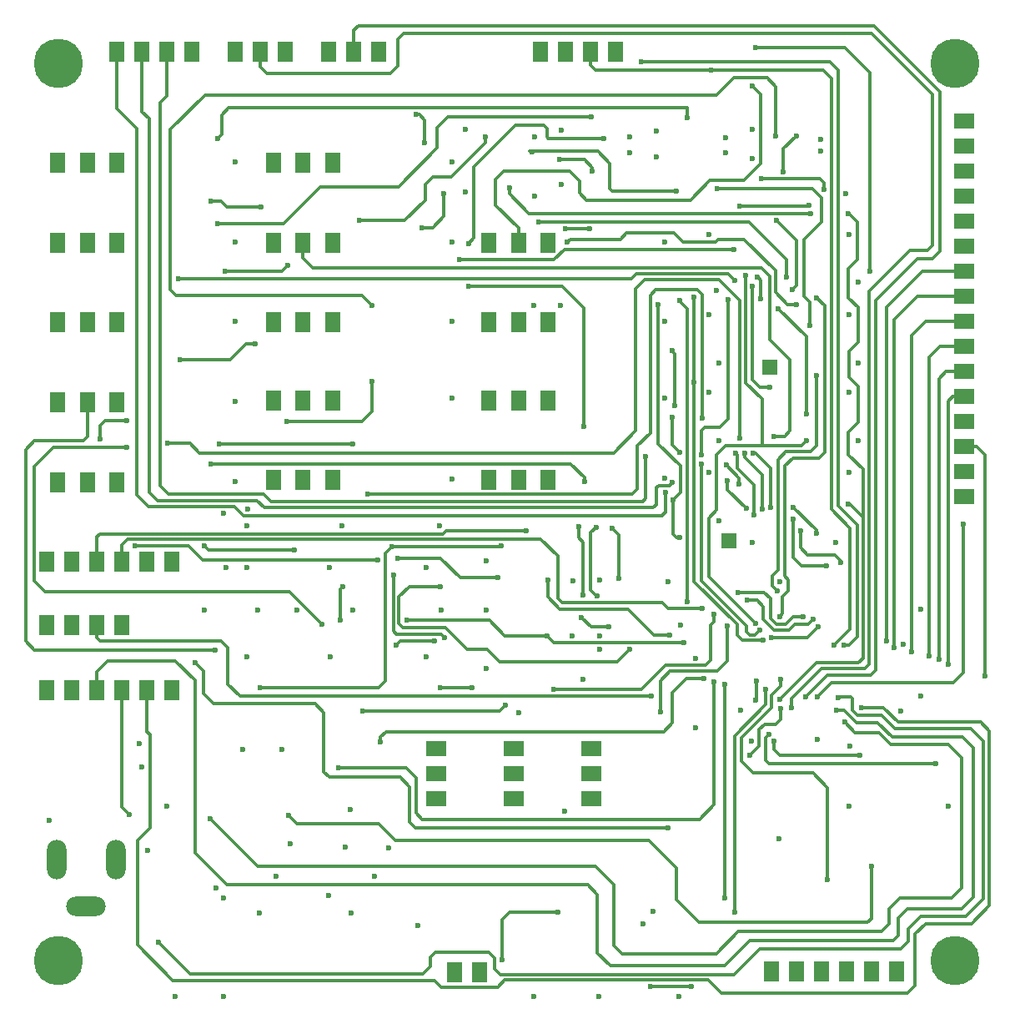
<source format=gbl>
G04*
G04 #@! TF.GenerationSoftware,Altium Limited,CircuitStudio,1.5.2 (30)*
G04*
G04 Layer_Physical_Order=4*
G04 Layer_Color=12500520*
%FSLAX25Y25*%
%MOIN*%
G70*
G01*
G75*
%ADD36C,0.01181*%
%ADD39O,0.15748X0.07874*%
%ADD40O,0.07874X0.15748*%
%ADD41C,0.19685*%
%ADD42R,0.06299X0.07874*%
%ADD43R,0.07874X0.06299*%
%ADD44R,0.06299X0.06299*%
%ADD45C,0.02362*%
D36*
X306201Y113976D02*
Y118209D01*
X293996Y99606D02*
X297736Y103347D01*
Y109744D01*
X300000Y112008D01*
X304232D01*
X306201Y113976D01*
X180905Y141831D02*
X188976D01*
X193996Y136811D01*
X240945D01*
X245965Y141831D01*
X298425Y335827D02*
Y363583D01*
X291732Y329134D02*
X298425Y335827D01*
X278051Y329134D02*
X291732D01*
X294980Y367028D02*
X298425Y363583D01*
X300295Y106693D02*
X301476Y107874D01*
X300295Y97539D02*
Y106693D01*
Y97539D02*
X301673Y96161D01*
X273819Y74016D02*
X279724Y79921D01*
X162992Y74016D02*
X273819D01*
X160531Y76476D02*
X162992Y74016D01*
X232382Y55118D02*
X239469Y48031D01*
X97244Y55118D02*
X232382D01*
X78150Y74213D02*
X97244Y55118D01*
X193209Y6988D02*
X195965Y9744D01*
X170669Y6988D02*
X193209D01*
X167963Y9695D02*
X170669Y6988D01*
X63337Y9695D02*
X167963D01*
X70226Y12254D02*
X163435D01*
X166240Y15059D01*
Y18799D01*
X168209Y20768D01*
X189764D01*
X191831Y18701D01*
Y14370D02*
Y18701D01*
Y14370D02*
X194390Y11811D01*
X287500D01*
X49114Y23917D02*
X63337Y9695D01*
X195965Y9744D02*
X277264D01*
X282480Y4528D01*
X356791D01*
X57677Y24803D02*
X70226Y12254D01*
X49114Y23917D02*
Y65453D01*
X54134Y70473D01*
Y107776D01*
X52992Y108917D02*
X54134Y107776D01*
X52992Y108917D02*
Y125591D01*
X259055Y160531D02*
X261417Y158169D01*
X218799Y160531D02*
X259055D01*
X217126Y162205D02*
X218799Y160531D01*
X232677Y163386D02*
X232776D01*
X230413Y165650D02*
X232677Y163386D01*
X225492Y186417D02*
X227264Y184646D01*
Y163583D02*
Y184646D01*
X245177Y157972D02*
X255610Y147539D01*
X218012Y157972D02*
X245177D01*
X213189Y162795D02*
X218012Y157972D01*
X213189Y162795D02*
Y169488D01*
X226772Y154626D02*
X230512Y150886D01*
X255610Y147539D02*
X262106D01*
X230512Y150886D02*
X237598D01*
X230413Y188484D02*
X232579Y190650D01*
X230413Y165650D02*
Y188484D01*
X261417Y158169D02*
X275098D01*
X32992Y186732D02*
X34252Y187992D01*
X171161D01*
X172539Y189370D01*
X204724D01*
X76083Y183071D02*
X77461Y181693D01*
X210335Y185925D02*
X217126Y179134D01*
X45276Y185925D02*
X210335D01*
X42992Y183642D02*
X45276Y185925D01*
X91732Y195276D02*
X258957D01*
X88090Y198917D02*
X91732Y195276D01*
X255413Y198622D02*
X256496Y199705D01*
X99803Y198622D02*
X255413D01*
X97047Y201378D02*
X99803Y198622D01*
X251279Y200984D02*
X252362Y202067D01*
X102559Y200984D02*
X251279D01*
X99508Y204035D02*
X102559Y200984D01*
X258760Y195079D02*
X260236Y196555D01*
X53642Y198917D02*
X88090D01*
X48917Y203642D02*
X53642Y198917D01*
X57185Y201378D02*
X97047D01*
X53839Y204724D02*
X57185Y201378D01*
X61516Y204035D02*
X99508D01*
X58366Y207185D02*
X61516Y204035D01*
X281693Y289469D02*
X289862Y281299D01*
X251870Y289469D02*
X281693D01*
X248228Y285827D02*
X251870Y289469D01*
X285236Y291929D02*
X287894Y289272D01*
X248622Y291929D02*
X285236D01*
X246654Y289961D02*
X248622Y291929D01*
X65453Y289961D02*
X246654D01*
X302854Y167323D02*
X304921Y165256D01*
X302854Y167323D02*
Y171063D01*
X305266Y173474D01*
Y217667D01*
X306890Y162795D02*
X309350Y165256D01*
Y169685D01*
X307874Y171161D02*
X309350Y169685D01*
X307874Y171161D02*
Y215059D01*
X339173Y194685D02*
Y213779D01*
X333366Y219587D02*
X339173Y213779D01*
X333366Y219587D02*
Y228642D01*
X337205Y232480D01*
Y246850D01*
X333661Y250394D02*
X337205Y246850D01*
X333661Y250394D02*
Y260827D01*
X337303Y264469D01*
Y278445D01*
X333366Y282382D02*
X337303Y278445D01*
X333366Y282382D02*
Y293898D01*
X337106Y297638D01*
Y312697D01*
X333760Y316043D02*
X337106Y312697D01*
X333268Y316043D02*
X333760D01*
X261910Y207382D02*
X263090Y208563D01*
X257480Y207382D02*
X261910D01*
X256496Y206398D02*
X257480Y207382D01*
X277461Y170965D02*
Y194390D01*
X280709Y197638D01*
Y219488D01*
X274606Y169193D02*
Y216043D01*
X274508Y219685D02*
Y229232D01*
X275886Y230610D01*
X282087D01*
X285335Y233858D01*
X213386Y345866D02*
X235728D01*
X212795Y346457D02*
X213386Y345866D01*
X212795Y346457D02*
Y350000D01*
X211614Y351181D02*
X212795Y350000D01*
X200394Y351181D02*
X211614D01*
X183760Y334547D02*
X200394Y351181D01*
X183760Y306299D02*
Y334547D01*
X181496Y304035D02*
X183760Y306299D01*
X222244Y305709D02*
X242126D01*
X244685Y308268D01*
X263681D01*
X267421Y304528D01*
X280217D01*
X281398Y305709D01*
X291732D01*
X304232Y293209D01*
X221063Y304528D02*
X222244Y305709D01*
X285335Y281496D02*
X285433Y281594D01*
X285335Y233858D02*
Y281496D01*
X260433Y135630D02*
X276378D01*
X250590Y125787D02*
X260433Y135630D01*
X215650Y125787D02*
X250590D01*
X278248Y137500D02*
Y151575D01*
X276378Y135630D02*
X278248Y137500D01*
X334350Y122933D02*
X335039Y122244D01*
X329429Y122933D02*
X334350D01*
X262894Y260925D02*
Y261122D01*
Y260925D02*
X264075Y259744D01*
Y239173D02*
Y259744D01*
X284449Y215551D02*
X289764Y210236D01*
Y207972D02*
Y210236D01*
X296850Y290551D02*
X297146D01*
X298425Y289272D01*
X289862Y318898D02*
X316831D01*
X317520Y319587D01*
X206299Y340650D02*
X207087D01*
X206102Y340846D02*
X206299Y340650D01*
X206102Y340846D02*
X233169D01*
X238090Y335925D01*
X262992Y223524D02*
Y234646D01*
Y223524D02*
X265945Y220571D01*
X145768Y72146D02*
X152362Y65551D01*
X113091Y72146D02*
X145768D01*
X109547Y75689D02*
X113091Y72146D01*
X253740Y65551D02*
X264764Y54528D01*
Y41831D02*
Y54528D01*
Y41831D02*
X273721Y32874D01*
X152362Y65551D02*
X253740D01*
X309941Y229134D02*
Y257480D01*
X301969Y265453D02*
X309941Y257480D01*
X301969Y265453D02*
Y290846D01*
X81398Y312008D02*
X107677D01*
X122343Y326673D01*
X153445D01*
X169095Y342323D01*
Y350197D01*
X173425Y354528D01*
X230709D01*
X81299Y345965D02*
X82776Y347441D01*
Y355315D01*
X85532Y358071D01*
X269094D01*
Y354232D02*
Y358071D01*
X188189Y344193D02*
Y346457D01*
X174606Y330610D02*
X188189Y344193D01*
X167224Y330610D02*
X174606D01*
X164173Y327559D02*
X167224Y330610D01*
X164173Y321358D02*
Y327559D01*
X155905Y313090D02*
X164173Y321358D01*
X137992Y313090D02*
X155905D01*
X107087Y292913D02*
X109350Y295177D01*
X84153Y292913D02*
X107087D01*
X163976Y344094D02*
Y353248D01*
X161811Y355413D02*
X163976Y353248D01*
X160531Y355413D02*
X161811D01*
X217913Y337500D02*
X227854D01*
X231004Y334350D01*
Y332874D02*
Y334350D01*
X238090Y325886D02*
Y335925D01*
Y325886D02*
X239075Y324902D01*
X264469D01*
X300787Y370276D02*
X304429Y366634D01*
Y346752D02*
Y366634D01*
X62205Y349409D02*
X76181Y363386D01*
X62205Y285531D02*
Y349409D01*
Y285531D02*
X64567Y283169D01*
X287500Y370276D02*
X300787D01*
X280610Y363386D02*
X287500Y370276D01*
X76181Y363386D02*
X280610D01*
X64567Y283169D02*
X138976D01*
X142913Y279232D01*
X298622Y329921D02*
X321850D01*
X323622Y328150D01*
Y325492D02*
Y328150D01*
X317520Y319587D02*
X317717Y319390D01*
X318996Y325984D02*
X322736Y322244D01*
X280906Y325984D02*
X318996D01*
X197835Y323819D02*
Y326181D01*
Y323819D02*
X205610Y316043D01*
X270276Y321358D02*
X278051Y329134D01*
X228740Y321358D02*
X270276D01*
X225886Y324213D02*
X228740Y321358D01*
X225886Y324213D02*
Y328839D01*
X221949Y332776D02*
X225886Y328839D01*
X195669Y332776D02*
X221949D01*
X86417Y257480D02*
X92716Y263779D01*
X96161D01*
X307283Y341732D02*
X312500Y346949D01*
X307283Y332677D02*
Y341732D01*
X298425Y281890D02*
Y289272D01*
X271654Y248721D02*
Y282480D01*
Y248721D02*
X271752Y248622D01*
X271654Y281496D02*
Y282480D01*
Y281496D02*
X271752Y281398D01*
X171752Y314764D02*
Y324016D01*
X167323Y310335D02*
X171752Y314764D01*
X162992Y310335D02*
X167323D01*
X177756Y297441D02*
X215650D01*
X219882Y301673D01*
X298622Y294193D02*
X301969Y290846D01*
X119390Y294193D02*
X298622D01*
X115354Y298228D02*
X119390Y294193D01*
X292421Y248228D02*
Y291043D01*
X292126Y291339D02*
X292421Y291043D01*
X219882Y301673D02*
X287598D01*
X230236Y375177D02*
Y380709D01*
Y375177D02*
X232283Y373130D01*
X278543D01*
X220177Y309941D02*
X230020D01*
X298917Y223130D02*
X314764D01*
X284350D02*
X298917D01*
X292421Y248228D02*
X298917Y241732D01*
Y223130D02*
Y241732D01*
X181496Y286910D02*
X218799D01*
X227559Y278150D01*
Y230807D02*
Y278150D01*
X239469Y220374D02*
X248228Y229134D01*
X239469Y220374D02*
Y220374D01*
X74016D02*
X239469D01*
X142815Y237008D02*
Y248819D01*
X138779Y232972D02*
X142815Y237008D01*
X108957Y232972D02*
X138779D01*
X70276Y224114D02*
X74016Y220374D01*
X61122Y224114D02*
X70276D01*
X77461Y181693D02*
X111909D01*
X151476Y149114D02*
Y171653D01*
Y149114D02*
X152657Y147933D01*
X170571D01*
X171850Y146653D01*
X148425Y180315D02*
X150984Y182874D01*
X148425Y129331D02*
Y180315D01*
X145571Y126476D02*
X148425Y129331D01*
X75197Y177657D02*
X145374D01*
X69685Y183169D02*
X75197Y177657D01*
X36220Y233071D02*
X44980D01*
X34252Y231102D02*
X36220Y233071D01*
X34252Y225787D02*
Y231102D01*
X48130Y183169D02*
X69685D01*
X153347Y178347D02*
X170374D01*
X178248Y170472D01*
X193405D01*
X78543Y216043D02*
X222441D01*
X227953Y210531D01*
Y208760D02*
Y210531D01*
X238976Y190157D02*
X241732Y187401D01*
Y170079D02*
Y187401D01*
X81890Y223819D02*
X135138D01*
X15453Y222539D02*
X44980D01*
X7874Y214961D02*
X15453Y222539D01*
X7874Y169095D02*
Y214961D01*
Y169095D02*
X12205Y164764D01*
X109941D01*
X122835Y151870D01*
X98327Y126476D02*
X145571D01*
X152657Y143602D02*
X154134Y145079D01*
X167913D01*
X170276Y126575D02*
X183071D01*
X66240Y257480D02*
X86417D01*
X84842Y318701D02*
X98524D01*
X82579Y320965D02*
X84842Y318701D01*
X78642Y320965D02*
X82579D01*
X304626Y313090D02*
X312598Y305118D01*
Y287106D02*
Y305118D01*
X310925Y285433D02*
X312598Y287106D01*
X305413Y277953D02*
X316535Y266831D01*
Y235925D02*
Y266831D01*
X304232Y284449D02*
Y293209D01*
Y284449D02*
X308957Y279724D01*
X312697D01*
X322736Y312402D02*
Y322244D01*
X315748Y305413D02*
X322736Y312402D01*
X315748Y282874D02*
Y305413D01*
Y282874D02*
X317913Y280709D01*
Y271161D02*
Y280709D01*
X209547Y312598D02*
X293701D01*
X308760Y297539D01*
Y290453D02*
Y297539D01*
X295079Y249410D02*
Y287008D01*
Y249410D02*
X297835Y246654D01*
X302067D01*
X115354Y298228D02*
Y304331D01*
X307776Y226969D02*
X309941Y229134D01*
X303740Y226969D02*
X307776D01*
X225492Y186417D02*
Y190748D01*
X192421Y329528D02*
X195669Y332776D01*
X192421Y319390D02*
Y329528D01*
Y319390D02*
X201575Y310236D01*
Y304331D02*
Y310236D01*
X296260Y382185D02*
X331988D01*
X341929Y372244D01*
Y292913D02*
Y372244D01*
X205610Y316043D02*
X318110D01*
X257283Y224016D02*
Y279626D01*
Y224016D02*
X266240Y215059D01*
X256496Y199705D02*
Y206398D01*
X266240Y204626D02*
Y215059D01*
X263189Y201575D02*
X266240Y204626D01*
X269094Y161024D02*
Y277756D01*
X265945Y280906D02*
X269094Y277756D01*
X271752Y168799D02*
Y248622D01*
X157874Y167028D02*
X170177D01*
X153740Y162894D02*
X157874Y167028D01*
X153740Y152264D02*
Y162894D01*
Y152264D02*
X155413Y150591D01*
X172146D01*
X180905Y141831D01*
X130413Y166043D02*
X131201Y166831D01*
X130413Y153642D02*
Y166043D01*
X156791Y153445D02*
X189862D01*
X196063Y147244D01*
X212894D01*
X196161Y119488D02*
X196260Y119587D01*
X193996Y117323D02*
X196161Y119488D01*
X139272Y117323D02*
X193996D01*
X248228Y229134D02*
Y285827D01*
X194390Y182874D02*
X194587Y183071D01*
X150984Y182874D02*
X194390D01*
X246949Y203839D02*
X248917Y205807D01*
X141339Y203839D02*
X246949D01*
X248917Y205807D02*
Y223130D01*
X264469Y186713D02*
X265945D01*
X263189Y187992D02*
X264469Y186713D01*
X263189Y187992D02*
Y201575D01*
X248917Y223130D02*
X254134Y228346D01*
Y283169D01*
X256398Y285433D01*
X272835D01*
X274803Y283465D01*
Y234252D02*
Y283465D01*
X289862Y226181D02*
Y281299D01*
X288386Y220177D02*
X288878Y219685D01*
Y214272D02*
Y219685D01*
Y214272D02*
X295669Y207480D01*
Y195669D02*
Y207480D01*
X292028Y218504D02*
Y220374D01*
Y218504D02*
X298917Y211614D01*
Y198031D02*
Y211614D01*
X296358Y220079D02*
X302362Y214075D01*
Y198425D02*
Y214075D01*
X284941Y205709D02*
X292520Y198130D01*
X284941Y205709D02*
Y209350D01*
X314173Y182480D02*
Y189173D01*
Y182480D02*
X316929Y179724D01*
X327953D01*
X330413Y177264D01*
Y176575D02*
Y177264D01*
X320571Y188287D02*
Y189469D01*
X311417Y198622D02*
X320571Y189469D01*
X295276Y220079D02*
X296358D01*
X311122Y178543D02*
Y193996D01*
Y178543D02*
X314567Y175098D01*
X324606D01*
X60945Y362815D02*
Y380709D01*
X58366Y360236D02*
X60945Y362815D01*
X58366Y207185D02*
Y360236D01*
X252362Y202067D02*
Y218799D01*
X50945Y356634D02*
Y380709D01*
Y356634D02*
X53839Y353740D01*
Y204724D02*
Y353740D01*
X40945Y357874D02*
Y380709D01*
Y357874D02*
X48917Y349902D01*
Y203642D02*
Y349902D01*
X260236Y196555D02*
Y204429D01*
X42992Y176772D02*
Y183642D01*
X217126Y162205D02*
Y179134D01*
X302756Y146653D02*
X317028D01*
X321358Y150984D01*
X302658Y123524D02*
X306201Y127067D01*
Y129823D01*
X302658Y118504D02*
Y123524D01*
X290650Y106496D02*
X302658Y118504D01*
X278248Y151575D02*
X279724Y153051D01*
X303543Y149705D02*
X309646D01*
X299311Y153937D02*
X303543Y149705D01*
X299311Y153937D02*
Y158957D01*
X279724Y153051D02*
Y156004D01*
X32992Y176772D02*
Y186732D01*
X292913Y161417D02*
X296850D01*
X299311Y158957D01*
X309646Y149705D02*
X311811Y151870D01*
X317421D01*
X319291Y153740D01*
X289173Y164665D02*
X299705D01*
X302264Y162106D01*
Y154331D02*
Y162106D01*
Y154331D02*
X304626Y151969D01*
X308268D01*
X311319Y155020D01*
X315354D01*
X306890Y162795D02*
X306988Y162697D01*
Y156102D02*
Y162697D01*
X305807Y154921D02*
X306988Y156102D01*
X72244Y136614D02*
X75590Y133268D01*
Y124114D02*
Y133268D01*
Y124114D02*
X79626Y120079D01*
X120276D01*
X123721Y116634D01*
Y92815D02*
Y116634D01*
Y92815D02*
X125787Y90748D01*
X154232D01*
X158071Y86910D01*
Y72736D02*
Y86910D01*
Y72736D02*
X160236Y70571D01*
X261122D01*
X32992Y146437D02*
Y151575D01*
Y146437D02*
X34154Y145276D01*
X82579D01*
X85433Y142421D01*
Y128051D02*
Y142421D01*
Y128051D02*
X90158Y123327D01*
Y123130D02*
X254724D01*
X320669Y282382D02*
X323917Y279134D01*
Y220669D02*
Y279134D01*
X321555Y218307D02*
X323917Y220669D01*
X311122Y218307D02*
X321555D01*
X307874Y215059D02*
X311122Y218307D01*
X320669Y223327D02*
Y251279D01*
X318110Y220768D02*
X320669Y223327D01*
X308366Y220768D02*
X318110D01*
X305266Y217667D02*
X308366Y220768D01*
X314764Y223130D02*
X316732Y225098D01*
X280709Y219488D02*
X284350Y223130D01*
X277461Y170965D02*
X296161Y152264D01*
X278543Y373130D02*
X323228D01*
X326476Y369882D01*
Y197835D02*
Y369882D01*
Y197835D02*
X334055Y190256D01*
Y150000D02*
Y190256D01*
X327756Y143701D02*
X334055Y150000D01*
X250590Y376575D02*
X325886D01*
X329331Y373130D01*
Y199114D02*
Y373130D01*
Y199114D02*
X336910Y191535D01*
Y146949D02*
Y191535D01*
X333661Y143701D02*
X336910Y146949D01*
X331693Y143701D02*
X333661D01*
X333268Y199902D02*
X333957D01*
X339173Y194685D01*
Y138386D02*
Y194685D01*
X337402Y136614D02*
X339173Y138386D01*
X274606Y216043D02*
X275000D01*
X271752Y168799D02*
X288779Y151772D01*
Y147539D02*
Y151772D01*
Y147539D02*
X290846Y145472D01*
X299114D01*
X274606Y169193D02*
X292618Y151181D01*
Y149016D02*
Y151181D01*
Y149016D02*
X294094Y147539D01*
X295965D01*
X298031Y149606D01*
X265945Y280906D02*
Y281299D01*
X258169Y117028D02*
Y129232D01*
X262106Y133169D01*
X281004D01*
X285039Y137205D01*
Y151378D01*
X320571Y136614D02*
X337402D01*
X305807Y121850D02*
X320571Y136614D01*
X341535Y136024D02*
Y285039D01*
X339862Y134350D02*
X341535Y136024D01*
X322736Y134350D02*
X339862D01*
X98189Y374646D02*
Y380709D01*
Y374646D02*
X100984Y371850D01*
X150394D01*
X153347Y374803D01*
Y385630D01*
X155512Y387795D01*
X342717D01*
X366929Y363583D01*
Y303248D02*
Y363583D01*
X364961Y301279D02*
X366929Y303248D01*
X357776Y301279D02*
X364961D01*
X341535Y285039D02*
X357776Y301279D01*
X310531Y122146D02*
X322736Y134350D01*
X310531Y118602D02*
Y122146D01*
X369980Y300787D02*
Y364567D01*
X343504Y391043D02*
X369980Y364567D01*
X137500Y391043D02*
X343504D01*
X135591Y380709D02*
Y389134D01*
X137500Y391043D01*
X367028Y297835D02*
X369980Y300787D01*
X360827Y297835D02*
X367028D01*
X344193Y281201D02*
X360827Y297835D01*
X344193Y133465D02*
Y281201D01*
X342323Y131595D02*
X344193Y133465D01*
X325098Y131595D02*
X342323D01*
X316240Y122736D02*
X325098Y131595D01*
X8071Y141535D02*
X80118D01*
X4528Y145079D02*
X8071Y141535D01*
X4528Y145079D02*
Y221654D01*
X8071Y225197D01*
X27461D01*
X29134Y226870D01*
Y240551D01*
X212894Y147244D02*
X215650Y144488D01*
X267520D01*
X279724Y79921D02*
Y128740D01*
X160531Y76476D02*
Y90453D01*
X156496Y94488D02*
X160531Y90453D01*
X129626Y94488D02*
X156496D01*
X146358Y104921D02*
Y106890D01*
X148524Y109055D01*
X259449D01*
X262992Y112598D01*
Y124508D01*
X268602Y130118D01*
X275590D01*
X296358Y121653D02*
X296457Y121752D01*
Y129232D01*
X283858Y42520D02*
Y127756D01*
X300197Y119783D02*
Y125787D01*
X287795Y107382D02*
X300197Y119783D01*
X287795Y36909D02*
Y107382D01*
X379331Y132480D02*
Y191732D01*
X375394Y128543D02*
X379331Y132480D01*
X326575Y128543D02*
X375394D01*
X320866Y122835D02*
X326575Y128543D01*
X342520Y34350D02*
Y55315D01*
X341043Y32874D02*
X342520Y34350D01*
X273721Y32874D02*
X341043D01*
X331890Y112795D02*
X336024Y108661D01*
X345571D01*
X350197Y104035D01*
X373228D01*
X378740Y98524D01*
Y46654D02*
Y98524D01*
X374705Y42618D02*
X378740Y46654D01*
X353937Y42618D02*
X374705D01*
X349606Y38287D02*
X353937Y42618D01*
X349606Y32087D02*
Y38287D01*
X346654Y29134D02*
X349606Y32087D01*
X289370Y29134D02*
X346654D01*
X280512Y20276D02*
X289370Y29134D01*
X242913Y20276D02*
X280512D01*
X239469Y23720D02*
X242913Y20276D01*
X239469Y23720D02*
Y48031D01*
X42992Y78858D02*
X45866Y75984D01*
X42992Y78858D02*
Y125591D01*
X32992D02*
Y132992D01*
X37303Y137303D01*
X64370D01*
X72146Y129528D01*
Y60630D02*
Y129528D01*
Y60630D02*
X84941Y47835D01*
X229232D01*
X233071Y43996D01*
Y20669D02*
Y43996D01*
Y20669D02*
X238287Y15453D01*
X284055D01*
X293996Y25394D01*
X351279D01*
X353346Y27461D01*
Y34646D01*
X356988Y38287D01*
X378543D01*
X383169Y42913D01*
Y102559D01*
X378937Y106791D02*
X383169Y102559D01*
X350886Y106791D02*
X378937D01*
X344980Y112697D02*
X350886Y106791D01*
X287500Y11811D02*
X298031Y22343D01*
X354429D01*
X357185Y25098D01*
Y30118D01*
X362402Y35335D01*
X380315D01*
X387205Y42224D01*
Y105315D01*
X382382Y110138D02*
X387205Y105315D01*
X352067Y110138D02*
X382382D01*
X336516Y112697D02*
X344980D01*
X331496Y117717D02*
X336516Y112697D01*
X328445Y117717D02*
X331496D01*
X346555Y115650D02*
X352067Y110138D01*
X336811Y115650D02*
X346555D01*
X335039Y117421D02*
X336811Y115650D01*
X335039Y117421D02*
Y122244D01*
X356791Y4528D02*
X359941Y7677D01*
Y28150D01*
X364173Y32382D01*
X382579D01*
X389764Y39567D01*
Y109350D01*
X386221Y112894D02*
X389764Y109350D01*
X353150Y112894D02*
X386221D01*
X347441Y118602D02*
X353150Y112894D01*
X338583Y118602D02*
X347441D01*
X325098Y50000D02*
Y86713D01*
X319193Y92618D02*
X325098Y86713D01*
X295177Y92618D02*
X319193D01*
X290650Y97146D02*
X295177Y92618D01*
X290650Y97146D02*
Y106496D01*
X305906Y99410D02*
X337894D01*
X303445Y101870D02*
X305906Y99410D01*
X303445Y101870D02*
Y105118D01*
X301673Y96161D02*
X368110D01*
X379528Y222756D02*
X384724D01*
X387992Y219488D01*
Y131102D02*
Y219488D01*
X375039Y242756D02*
X379528D01*
X373228Y240945D02*
X375039Y242756D01*
X373228Y135728D02*
Y240945D01*
X372441Y252756D02*
X379528D01*
X369685Y250000D02*
X372441Y252756D01*
X369685Y137795D02*
Y250000D01*
X369843Y262756D02*
X379528D01*
X365650Y258563D02*
X369843Y262756D01*
X365650Y139370D02*
Y258563D01*
X364193Y272756D02*
X379528D01*
X358661Y267224D02*
X364193Y272756D01*
X358661Y141043D02*
Y267224D01*
X360906Y282756D02*
X379528D01*
X351673Y273524D02*
X360906Y282756D01*
X351673Y142520D02*
Y273524D01*
X362835Y292756D02*
X379528D01*
X348524Y278445D02*
X362835Y292756D01*
X348524Y145177D02*
Y278445D01*
X254232Y7185D02*
X270472D01*
X198031Y37008D02*
X217323D01*
X194882Y33858D02*
X198031Y37008D01*
X194882Y17913D02*
Y33858D01*
D39*
X28740Y39370D02*
D03*
D40*
X16929Y57874D02*
D03*
X40551D02*
D03*
D41*
X375984Y17717D02*
D03*
X17717D02*
D03*
Y375984D02*
D03*
X375984D02*
D03*
D42*
X12992Y176772D02*
D03*
X22992D02*
D03*
X32992D02*
D03*
X42992D02*
D03*
X52992D02*
D03*
X62992D02*
D03*
X40945Y380709D02*
D03*
X50945D02*
D03*
X60945D02*
D03*
X70945D02*
D03*
X213386Y241339D02*
D03*
X201575D02*
D03*
X189764D02*
D03*
X185984Y12992D02*
D03*
X175984D02*
D03*
X12992Y151575D02*
D03*
X22992D02*
D03*
X32992D02*
D03*
X42992D02*
D03*
X12992Y125591D02*
D03*
X22992D02*
D03*
X32992D02*
D03*
X42992D02*
D03*
X52992D02*
D03*
X62992D02*
D03*
X302756Y13386D02*
D03*
X312756D02*
D03*
X322756D02*
D03*
X332756D02*
D03*
X342756D02*
D03*
X352756D02*
D03*
X210236Y380709D02*
D03*
X220236D02*
D03*
X230236D02*
D03*
X240236D02*
D03*
X40945Y272441D02*
D03*
X29134D02*
D03*
X17323D02*
D03*
X40945Y304331D02*
D03*
X29134D02*
D03*
X17323D02*
D03*
X40945Y336221D02*
D03*
X29134D02*
D03*
X17323D02*
D03*
X127165Y272441D02*
D03*
X115354D02*
D03*
X103543D02*
D03*
X127165Y304331D02*
D03*
X115354D02*
D03*
X103543D02*
D03*
X127165Y336221D02*
D03*
X115354D02*
D03*
X103543D02*
D03*
X213386Y272441D02*
D03*
X201575D02*
D03*
X189764D02*
D03*
X213386Y304331D02*
D03*
X201575D02*
D03*
X189764D02*
D03*
X88189Y380709D02*
D03*
X98189D02*
D03*
X108189D02*
D03*
X125591Y380709D02*
D03*
X135591D02*
D03*
X145591D02*
D03*
X40945Y208661D02*
D03*
X29134D02*
D03*
X17323D02*
D03*
X40945Y240551D02*
D03*
X29134D02*
D03*
X17323D02*
D03*
X127165Y209449D02*
D03*
X115354D02*
D03*
X103543D02*
D03*
X127165Y241339D02*
D03*
X115354D02*
D03*
X103543D02*
D03*
X213386Y209449D02*
D03*
X201575D02*
D03*
X189764D02*
D03*
D43*
X168504Y102362D02*
D03*
Y92362D02*
D03*
Y82362D02*
D03*
X379528Y202756D02*
D03*
Y212756D02*
D03*
Y222756D02*
D03*
Y232756D02*
D03*
Y242756D02*
D03*
Y252756D02*
D03*
Y262756D02*
D03*
Y272756D02*
D03*
Y282756D02*
D03*
Y292756D02*
D03*
Y302756D02*
D03*
Y312756D02*
D03*
Y322756D02*
D03*
Y332756D02*
D03*
Y342756D02*
D03*
Y352756D02*
D03*
X199606Y102362D02*
D03*
Y92362D02*
D03*
Y82362D02*
D03*
X230709Y102362D02*
D03*
Y92362D02*
D03*
Y82362D02*
D03*
D44*
X301969Y254528D02*
D03*
X285728Y185138D02*
D03*
D45*
X218406Y279331D02*
D03*
X207579D02*
D03*
X294685Y105217D02*
D03*
X232776Y163386D02*
D03*
X227264Y163583D02*
D03*
X226772Y154626D02*
D03*
X76083Y183071D02*
D03*
X285433Y281594D02*
D03*
X280709Y285236D02*
D03*
X329429Y122638D02*
D03*
X262894Y261122D02*
D03*
X284596Y215551D02*
D03*
X296850Y290551D02*
D03*
X289862Y318898D02*
D03*
X207087Y340650D02*
D03*
X262992Y234646D02*
D03*
X355413Y143799D02*
D03*
X81398Y312008D02*
D03*
X230709Y354528D02*
D03*
X269094Y354232D02*
D03*
X188189Y346555D02*
D03*
X137992Y313090D02*
D03*
X109350Y295177D02*
D03*
X84153Y292913D02*
D03*
X81299Y345965D02*
D03*
X163976Y344094D02*
D03*
X160531Y355413D02*
D03*
X217913Y337500D02*
D03*
X231004Y332874D02*
D03*
X304429Y346752D02*
D03*
X142913Y279232D02*
D03*
X298622Y329921D02*
D03*
X323622Y325492D02*
D03*
X317717Y319390D02*
D03*
X280906Y325984D02*
D03*
X197835Y326181D02*
D03*
X264469Y324902D02*
D03*
X96161Y263779D02*
D03*
X312500Y346949D02*
D03*
X307283Y332677D02*
D03*
X298425Y281890D02*
D03*
X271654Y282480D02*
D03*
X162992Y310335D02*
D03*
X171752Y324016D02*
D03*
X177854Y297539D02*
D03*
X292126Y291339D02*
D03*
X287894Y289272D02*
D03*
X287598Y301673D02*
D03*
X230020Y309941D02*
D03*
X235728Y345866D02*
D03*
X181496Y304035D02*
D03*
Y286910D02*
D03*
X227559Y230807D02*
D03*
X265945Y220571D02*
D03*
X142815Y248819D02*
D03*
X108957Y232972D02*
D03*
X61122Y224114D02*
D03*
X111909Y181693D02*
D03*
X151476Y171653D02*
D03*
X145374Y177657D02*
D03*
X171850Y146653D02*
D03*
X44980Y233071D02*
D03*
X34252Y225787D02*
D03*
X48130Y183169D02*
D03*
X153347Y178347D02*
D03*
X193405Y170472D02*
D03*
X78543Y216043D02*
D03*
X227953Y208760D02*
D03*
X238976Y190157D02*
D03*
X241732Y170079D02*
D03*
X135138Y223819D02*
D03*
X81890D02*
D03*
X44980Y222441D02*
D03*
X122835Y151870D02*
D03*
X152657Y143602D02*
D03*
X167913Y145079D02*
D03*
X170276Y126575D02*
D03*
X183071D02*
D03*
X66240Y257480D02*
D03*
X78642Y320965D02*
D03*
X304626Y313090D02*
D03*
X310925Y285433D02*
D03*
X305413Y277953D02*
D03*
X316535Y235925D02*
D03*
X98524Y318701D02*
D03*
X220177Y309941D02*
D03*
X221063Y304528D02*
D03*
X317913Y271161D02*
D03*
X209547Y312598D02*
D03*
X308760Y290453D02*
D03*
X295079Y287008D02*
D03*
X65453Y289961D02*
D03*
X274508Y219685D02*
D03*
X289764Y207972D02*
D03*
X232579Y190650D02*
D03*
X225492Y190748D02*
D03*
X237598Y150886D02*
D03*
X294980Y367028D02*
D03*
X296260Y382185D02*
D03*
X341929Y292913D02*
D03*
X312697Y279724D02*
D03*
X302067Y246654D02*
D03*
X303740Y226969D02*
D03*
X318110Y316043D02*
D03*
X333268D02*
D03*
X257283Y279626D02*
D03*
X263090Y208563D02*
D03*
X271752Y248622D02*
D03*
X170177Y167028D02*
D03*
X245965Y141831D02*
D03*
X131201Y166831D02*
D03*
X130413Y153642D02*
D03*
X156791Y153445D02*
D03*
X196161Y119488D02*
D03*
X139272Y117323D02*
D03*
X194587Y183071D02*
D03*
X98327Y126476D02*
D03*
X150984Y182874D02*
D03*
X141339Y203839D02*
D03*
X263189Y201575D02*
D03*
X265945Y186713D02*
D03*
X274803Y234252D02*
D03*
X289862Y226181D02*
D03*
X288386Y220177D02*
D03*
X292028Y220374D02*
D03*
X295669Y195669D02*
D03*
X298917Y198031D02*
D03*
X302362Y198425D02*
D03*
X314173Y189173D02*
D03*
X311417Y198622D02*
D03*
X295276Y220079D02*
D03*
X264075Y239173D02*
D03*
X320571Y188287D02*
D03*
X311122Y193996D02*
D03*
X252362Y218799D02*
D03*
X284941Y209350D02*
D03*
X292520Y198130D02*
D03*
X260236Y204429D02*
D03*
X275098Y158169D02*
D03*
X324606Y175098D02*
D03*
X330413Y176575D02*
D03*
X302756Y146653D02*
D03*
X321358Y150984D02*
D03*
X306201Y129823D02*
D03*
X262106Y147539D02*
D03*
X279724Y156004D02*
D03*
X204724Y189370D02*
D03*
X292913Y161417D02*
D03*
X315354Y155020D02*
D03*
X305807Y154921D02*
D03*
X319291Y153740D02*
D03*
X215650Y125787D02*
D03*
X289173Y164665D02*
D03*
X72244Y136614D02*
D03*
X261122Y70571D02*
D03*
X293996Y99606D02*
D03*
X306201Y118209D02*
D03*
X254724Y123130D02*
D03*
X320669Y282382D02*
D03*
Y251279D02*
D03*
X304921Y165256D02*
D03*
X316732Y225098D02*
D03*
X278543Y373130D02*
D03*
X250590Y376575D02*
D03*
X333268Y199902D02*
D03*
X274606Y216043D02*
D03*
X265945Y281299D02*
D03*
X269094Y161024D02*
D03*
X299114Y145472D02*
D03*
X296161Y152264D02*
D03*
X298031Y149606D02*
D03*
X258169Y117028D02*
D03*
X285039Y151378D02*
D03*
X316240Y122736D02*
D03*
X80118Y141535D02*
D03*
X213189Y169488D02*
D03*
X212894Y147244D02*
D03*
X267520Y144488D02*
D03*
X305807Y121850D02*
D03*
X129626Y94488D02*
D03*
X146358Y104921D02*
D03*
X275590Y130118D02*
D03*
X279724Y128740D02*
D03*
X296358Y121653D02*
D03*
X296457Y129232D02*
D03*
X283858Y127756D02*
D03*
Y42520D02*
D03*
X300197Y125787D02*
D03*
X287795Y36909D02*
D03*
X379331Y191732D02*
D03*
X327756Y143701D02*
D03*
X331693D02*
D03*
X310531Y118602D02*
D03*
X320866Y122835D02*
D03*
X342520Y55315D02*
D03*
X109547Y75689D02*
D03*
X78150Y74213D02*
D03*
X45866Y75984D02*
D03*
X57677Y24803D02*
D03*
X328445Y117717D02*
D03*
X331890Y112795D02*
D03*
X338583Y118602D02*
D03*
X325098Y50000D02*
D03*
X333957Y103150D02*
D03*
X368110Y96161D02*
D03*
X337894Y99410D02*
D03*
X301476Y107874D02*
D03*
X303445Y105118D02*
D03*
X387992Y131102D02*
D03*
X373228Y135728D02*
D03*
X369685Y137795D02*
D03*
X365650Y139370D02*
D03*
X358661Y141043D02*
D03*
X351673Y142520D02*
D03*
X348524Y145177D02*
D03*
X362303Y123130D02*
D03*
X270472Y7185D02*
D03*
X254232D02*
D03*
X217323Y37008D02*
D03*
X194882Y17913D02*
D03*
X220079Y77165D02*
D03*
X255374Y37146D02*
D03*
X126378Y138976D02*
D03*
X164567D02*
D03*
X92913D02*
D03*
X125984Y174409D02*
D03*
X164567D02*
D03*
X92913D02*
D03*
X84646D02*
D03*
X83465Y196063D02*
D03*
X93307Y198031D02*
D03*
X332283Y324016D02*
D03*
X259842Y304724D02*
D03*
Y272835D02*
D03*
Y242126D02*
D03*
Y210236D02*
D03*
X88189Y336614D02*
D03*
Y304724D02*
D03*
Y272835D02*
D03*
Y240945D02*
D03*
Y209055D02*
D03*
X174803Y336614D02*
D03*
Y304724D02*
D03*
Y272835D02*
D03*
Y242126D02*
D03*
Y209842D02*
D03*
X50000Y104331D02*
D03*
X134252Y77953D02*
D03*
X149606Y62598D02*
D03*
X161417Y31496D02*
D03*
X281496Y256299D02*
D03*
Y225197D02*
D03*
X337402D02*
D03*
Y256299D02*
D03*
Y288583D02*
D03*
X201575Y116535D02*
D03*
X281496Y193307D02*
D03*
X328346Y184646D02*
D03*
X294882D02*
D03*
X362205Y157874D02*
D03*
X290158Y117717D02*
D03*
X50787Y94882D02*
D03*
X110236Y64173D02*
D03*
X125591Y43701D02*
D03*
X132283Y62992D02*
D03*
X80709Y46457D02*
D03*
X134646Y36614D02*
D03*
X98032D02*
D03*
X53150Y61417D02*
D03*
X13780Y73622D02*
D03*
X61024Y79134D02*
D03*
X91339Y101969D02*
D03*
X107087D02*
D03*
X75984Y157480D02*
D03*
X97244D02*
D03*
X112992D02*
D03*
X135433D02*
D03*
X170472D02*
D03*
X188583D02*
D03*
X207874Y322835D02*
D03*
X180315Y324410D02*
D03*
Y349606D02*
D03*
X207874Y346457D02*
D03*
X218504Y349213D02*
D03*
Y327559D02*
D03*
X256693Y348819D02*
D03*
X246063Y346457D02*
D03*
X256693Y338583D02*
D03*
X246063Y340158D02*
D03*
X322441Y345669D02*
D03*
Y340945D02*
D03*
X284252Y340158D02*
D03*
Y346063D02*
D03*
X294882Y337795D02*
D03*
Y349606D02*
D03*
X333465Y307480D02*
D03*
X277559D02*
D03*
Y212598D02*
D03*
Y275590D02*
D03*
Y244488D02*
D03*
X333465Y212598D02*
D03*
Y244488D02*
D03*
Y275590D02*
D03*
X170079Y191339D02*
D03*
X131102D02*
D03*
X92913D02*
D03*
X64173Y3150D02*
D03*
X83465Y42520D02*
D03*
Y3150D02*
D03*
X207480D02*
D03*
X233465D02*
D03*
X265748D02*
D03*
X251181Y32283D02*
D03*
X104724Y51181D02*
D03*
X144095D02*
D03*
X188583Y134252D02*
D03*
X233858Y141732D02*
D03*
X222835Y147244D02*
D03*
X227165Y129921D02*
D03*
X188583Y177165D02*
D03*
X223228Y169291D02*
D03*
X233858Y147244D02*
D03*
X233858Y169685D02*
D03*
X261417Y168898D02*
D03*
X305906D02*
D03*
X320866Y105905D02*
D03*
X272441Y138189D02*
D03*
X354331Y117323D02*
D03*
X266142Y151575D02*
D03*
X272441Y110630D02*
D03*
X373228Y79134D02*
D03*
X333465D02*
D03*
X305512Y66142D02*
D03*
M02*

</source>
